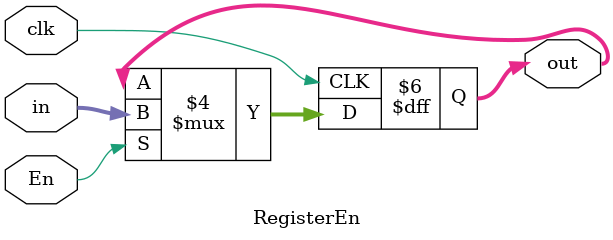
<source format=v>
module RegisterEn(input clk, En, input [7:0] in, output reg [7:0] out);
	initial out = 0;
	always @(posedge clk) begin
		if(En) out = in;
		else out = out;
	end
endmodule
</source>
